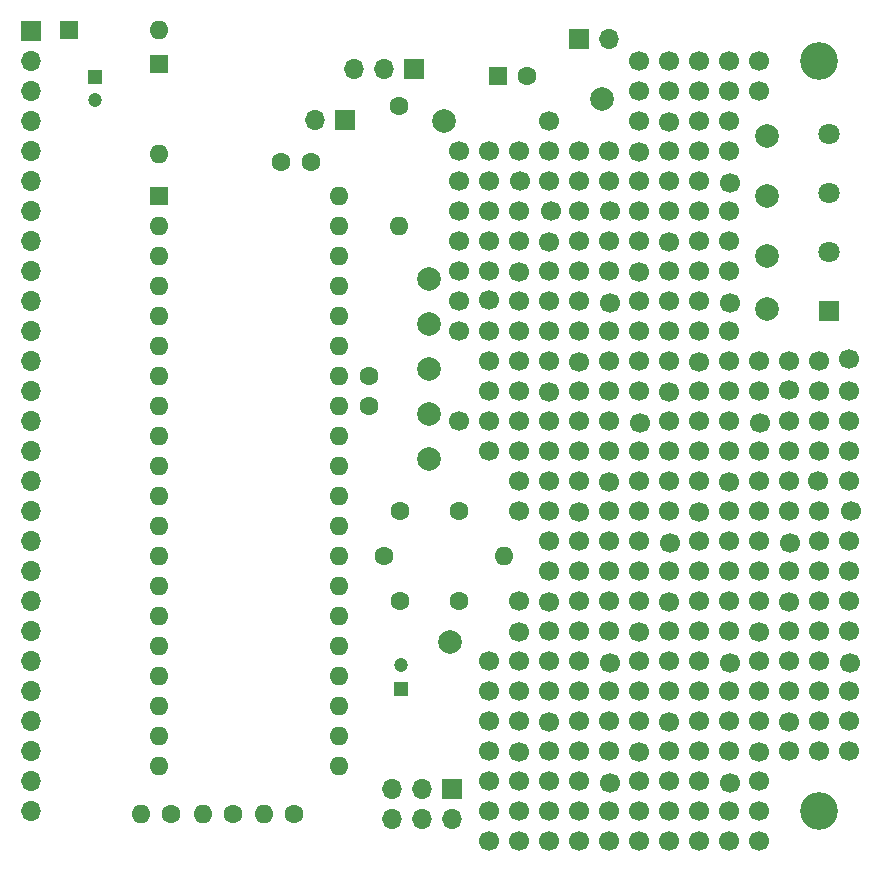
<source format=gbs>
%TF.GenerationSoftware,KiCad,Pcbnew,(6.0.0)*%
%TF.CreationDate,2022-03-13T21:04:06-04:00*%
%TF.ProjectId,panel meter v1,70616e65-6c20-46d6-9574-65722076312e,rev?*%
%TF.SameCoordinates,Original*%
%TF.FileFunction,Soldermask,Bot*%
%TF.FilePolarity,Negative*%
%FSLAX46Y46*%
G04 Gerber Fmt 4.6, Leading zero omitted, Abs format (unit mm)*
G04 Created by KiCad (PCBNEW (6.0.0)) date 2022-03-13 21:04:06*
%MOMM*%
%LPD*%
G01*
G04 APERTURE LIST*
%ADD10C,1.700000*%
%ADD11R,1.600000X1.600000*%
%ADD12O,1.600000X1.600000*%
%ADD13R,1.700000X1.700000*%
%ADD14O,1.700000X1.700000*%
%ADD15C,1.600000*%
%ADD16C,2.000000*%
%ADD17R,1.200000X1.200000*%
%ADD18C,1.200000*%
%ADD19C,3.200000*%
%ADD20R,1.800000X1.800000*%
%ADD21C,1.800000*%
G04 APERTURE END LIST*
D10*
%TO.C,REF\u002A\u002A*%
X114300000Y-88900000D03*
%TD*%
%TO.C,REF\u002A\u002A*%
X111760000Y-60960000D03*
%TD*%
%TO.C,REF\u002A\u002A*%
X127058021Y-86510442D03*
%TD*%
%TO.C,REF\u002A\u002A*%
X106680000Y-96520000D03*
%TD*%
%TO.C,REF\u002A\u002A*%
X109202800Y-91439999D03*
%TD*%
%TO.C,REF\u002A\u002A*%
X116840000Y-106680000D03*
%TD*%
%TO.C,REF\u002A\u002A*%
X114300000Y-86360000D03*
%TD*%
%TO.C,REF\u002A\u002A*%
X104140000Y-78740000D03*
%TD*%
%TO.C,REF\u002A\u002A*%
X106646471Y-73701692D03*
%TD*%
%TO.C,REF\u002A\u002A*%
X132080000Y-101600000D03*
%TD*%
%TO.C,REF\u002A\u002A*%
X106680000Y-111769036D03*
%TD*%
%TO.C,REF\u002A\u002A*%
X99060000Y-66040000D03*
%TD*%
%TO.C,REF\u002A\u002A*%
X132080000Y-76200000D03*
%TD*%
%TO.C,REF\u002A\u002A*%
X106680000Y-55880000D03*
%TD*%
%TO.C,REF\u002A\u002A*%
X124460000Y-73660000D03*
%TD*%
%TO.C,REF\u002A\u002A*%
X124442800Y-83794635D03*
%TD*%
D11*
%TO.C,U1*%
X73655000Y-57155000D03*
D12*
X73655000Y-59695000D03*
X73655000Y-62235000D03*
X73655000Y-64775000D03*
X73655000Y-67315000D03*
X73655000Y-69855000D03*
X73655000Y-72395000D03*
X73655000Y-74935000D03*
X73655000Y-77475000D03*
X73655000Y-80015000D03*
X73655000Y-82555000D03*
X73655000Y-85095000D03*
X73655000Y-87635000D03*
X73655000Y-90175000D03*
X73655000Y-92715000D03*
X73655000Y-95255000D03*
X73655000Y-97795000D03*
X73655000Y-100335000D03*
X73655000Y-102875000D03*
X73655000Y-105415000D03*
X88895000Y-105415000D03*
X88895000Y-102875000D03*
X88895000Y-100335000D03*
X88895000Y-97795000D03*
X88895000Y-95255000D03*
X88895000Y-92715000D03*
X88895000Y-90175000D03*
X88895000Y-87635000D03*
X88895000Y-85095000D03*
X88895000Y-82555000D03*
X88895000Y-80015000D03*
X88895000Y-77475000D03*
X88895000Y-74935000D03*
X88895000Y-72395000D03*
X88895000Y-69855000D03*
X88895000Y-67315000D03*
X88895000Y-64775000D03*
X88895000Y-62235000D03*
X88895000Y-59695000D03*
X88895000Y-57155000D03*
%TD*%
D10*
%TO.C,REF\u002A\u002A*%
X116848164Y-61027056D03*
%TD*%
%TO.C,REF\u002A\u002A*%
X116840000Y-58420000D03*
%TD*%
%TO.C,REF\u002A\u002A*%
X119380000Y-96520000D03*
%TD*%
%TO.C,REF\u002A\u002A*%
X106680000Y-109220000D03*
%TD*%
%TO.C,REF\u002A\u002A*%
X114299999Y-58410964D03*
%TD*%
%TO.C,REF\u002A\u002A*%
X104140000Y-53340000D03*
%TD*%
D11*
%TO.C,D2*%
X73660000Y-45974000D03*
D12*
X73660000Y-53594000D03*
%TD*%
D10*
%TO.C,REF\u002A\u002A*%
X109220000Y-55880000D03*
%TD*%
D13*
%TO.C,J1*%
X95235000Y-46380000D03*
D14*
X92695000Y-46380000D03*
X90155000Y-46380000D03*
%TD*%
D10*
%TO.C,REF\u002A\u002A*%
X121920000Y-83820000D03*
%TD*%
%TO.C,REF\u002A\u002A*%
X109220000Y-53340000D03*
%TD*%
%TO.C,REF\u002A\u002A*%
X127000000Y-93980000D03*
%TD*%
%TO.C,REF\u002A\u002A*%
X111760000Y-91440000D03*
%TD*%
%TO.C,REF\u002A\u002A*%
X101600000Y-55880000D03*
%TD*%
%TO.C,REF\u002A\u002A*%
X121920000Y-104140000D03*
%TD*%
%TO.C,REF\u002A\u002A*%
X99060000Y-76200000D03*
%TD*%
%TO.C,REF\u002A\u002A*%
X106673262Y-83819999D03*
%TD*%
%TO.C,REF\u002A\u002A*%
X111760000Y-76200000D03*
%TD*%
%TO.C,REF\u002A\u002A*%
X109220000Y-109220000D03*
%TD*%
%TO.C,REF\u002A\u002A*%
X114266471Y-53381692D03*
%TD*%
%TO.C,REF\u002A\u002A*%
X124460000Y-71120000D03*
%TD*%
%TO.C,REF\u002A\u002A*%
X129522800Y-104114635D03*
%TD*%
D15*
%TO.C,C1*%
X91440000Y-72410000D03*
X91440000Y-74910000D03*
%TD*%
D10*
%TO.C,REF\u002A\u002A*%
X121920000Y-58420000D03*
%TD*%
%TO.C,REF\u002A\u002A*%
X119362800Y-91439999D03*
%TD*%
%TO.C,REF\u002A\u002A*%
X109220000Y-111769036D03*
%TD*%
%TO.C,REF\u002A\u002A*%
X111760000Y-68580000D03*
%TD*%
%TO.C,REF\u002A\u002A*%
X119380000Y-68580000D03*
%TD*%
%TO.C,REF\u002A\u002A*%
X114266471Y-104181692D03*
%TD*%
%TO.C,REF\u002A\u002A*%
X116898021Y-86510442D03*
%TD*%
%TO.C,REF\u002A\u002A*%
X101600000Y-71120000D03*
%TD*%
%TO.C,REF\u002A\u002A*%
X119379999Y-81279999D03*
%TD*%
D16*
%TO.C,J16*%
X125095000Y-52070000D03*
%TD*%
D10*
%TO.C,REF\u002A\u002A*%
X101600000Y-53340000D03*
%TD*%
D16*
%TO.C,J4*%
X111125000Y-48895000D03*
%TD*%
D13*
%TO.C,J2*%
X109220000Y-43815000D03*
D14*
X111760000Y-43815000D03*
%TD*%
D10*
%TO.C,REF\u002A\u002A*%
X124426471Y-104181692D03*
%TD*%
%TO.C,REF\u002A\u002A*%
X124518021Y-76350442D03*
%TD*%
%TO.C,REF\u002A\u002A*%
X119362800Y-101599999D03*
%TD*%
%TO.C,REF\u002A\u002A*%
X116840000Y-63500000D03*
%TD*%
%TO.C,REF\u002A\u002A*%
X101600000Y-106680000D03*
%TD*%
%TO.C,REF\u002A\u002A*%
X104139999Y-101599999D03*
%TD*%
%TO.C,REF\u002A\u002A*%
X116840000Y-48260000D03*
%TD*%
%TO.C,REF\u002A\u002A*%
X101591835Y-60957859D03*
%TD*%
D15*
%TO.C,C3*%
X86467000Y-54229000D03*
X83967000Y-54229000D03*
%TD*%
D10*
%TO.C,REF\u002A\u002A*%
X109219999Y-88890964D03*
%TD*%
%TO.C,REF\u002A\u002A*%
X124426471Y-94021692D03*
%TD*%
%TO.C,REF\u002A\u002A*%
X101600000Y-68580000D03*
%TD*%
%TO.C,REF\u002A\u002A*%
X124460000Y-106680000D03*
%TD*%
%TO.C,REF\u002A\u002A*%
X132080000Y-81280000D03*
%TD*%
%TO.C,REF\u002A\u002A*%
X109228164Y-71187056D03*
%TD*%
%TO.C,REF\u002A\u002A*%
X111818021Y-66190442D03*
%TD*%
%TO.C,REF\u002A\u002A*%
X121920000Y-68580000D03*
%TD*%
%TO.C,REF\u002A\u002A*%
X124460000Y-86360000D03*
%TD*%
%TO.C,REF\u002A\u002A*%
X119362800Y-60959999D03*
%TD*%
%TO.C,REF\u002A\u002A*%
X106680000Y-76200000D03*
%TD*%
%TO.C,REF\u002A\u002A*%
X129540000Y-78740000D03*
%TD*%
%TO.C,REF\u002A\u002A*%
X116840000Y-83820000D03*
%TD*%
%TO.C,REF\u002A\u002A*%
X114299999Y-109210964D03*
%TD*%
%TO.C,REF\u002A\u002A*%
X104139999Y-71105812D03*
%TD*%
%TO.C,REF\u002A\u002A*%
X106688164Y-88900000D03*
%TD*%
D17*
%TO.C,C8*%
X94107000Y-98889600D03*
D18*
X94107000Y-96889600D03*
%TD*%
D10*
%TO.C,REF\u002A\u002A*%
X114300000Y-78740000D03*
%TD*%
%TO.C,REF\u002A\u002A*%
X119362800Y-50799999D03*
%TD*%
%TO.C,REF\u002A\u002A*%
X114266471Y-94021692D03*
%TD*%
%TO.C,REF\u002A\u002A*%
X111760000Y-93980000D03*
%TD*%
%TO.C,REF\u002A\u002A*%
X132080000Y-78740000D03*
%TD*%
%TO.C,REF\u002A\u002A*%
X101600000Y-109220000D03*
%TD*%
%TO.C,REF\u002A\u002A*%
X121978021Y-106830442D03*
%TD*%
%TO.C,REF\u002A\u002A*%
X109220000Y-106680000D03*
%TD*%
%TO.C,REF\u002A\u002A*%
X104106471Y-104181692D03*
%TD*%
%TO.C,REF\u002A\u002A*%
X126983671Y-73601978D03*
%TD*%
%TO.C,REF\u002A\u002A*%
X119388164Y-71187056D03*
%TD*%
%TO.C,REF\u002A\u002A*%
X129522800Y-101599999D03*
%TD*%
%TO.C,REF\u002A\u002A*%
X121920000Y-50800000D03*
%TD*%
%TO.C,REF\u002A\u002A*%
X111760000Y-99060000D03*
%TD*%
%TO.C,REF\u002A\u002A*%
X119362800Y-53314635D03*
%TD*%
%TO.C,REF\u002A\u002A*%
X109220000Y-78740000D03*
%TD*%
%TO.C,REF\u002A\u002A*%
X124460000Y-96520000D03*
%TD*%
%TO.C,REF\u002A\u002A*%
X109220000Y-73660000D03*
%TD*%
%TO.C,REF\u002A\u002A*%
X114300000Y-71120000D03*
%TD*%
D16*
%TO.C,J15*%
X125095000Y-57150000D03*
%TD*%
D10*
%TO.C,REF\u002A\u002A*%
X101600000Y-101600000D03*
%TD*%
%TO.C,REF\u002A\u002A*%
X121920000Y-86360000D03*
%TD*%
%TO.C,REF\u002A\u002A*%
X127000000Y-81280000D03*
%TD*%
%TO.C,REF\u002A\u002A*%
X121920000Y-78740000D03*
%TD*%
D13*
%TO.C,J12*%
X89413000Y-50673000D03*
D14*
X86873000Y-50673000D03*
%TD*%
D10*
%TO.C,REF\u002A\u002A*%
X121978021Y-96670442D03*
%TD*%
%TO.C,REF\u002A\u002A*%
X121920000Y-60960000D03*
%TD*%
%TO.C,REF\u002A\u002A*%
X99060000Y-68580000D03*
%TD*%
%TO.C,REF\u002A\u002A*%
X104130065Y-73626999D03*
%TD*%
%TO.C,REF\u002A\u002A*%
X111760000Y-53340000D03*
%TD*%
D16*
%TO.C,J6*%
X96520000Y-71755000D03*
%TD*%
D10*
%TO.C,REF\u002A\u002A*%
X109220000Y-68580000D03*
%TD*%
%TO.C,REF\u002A\u002A*%
X109202800Y-63474635D03*
%TD*%
%TO.C,REF\u002A\u002A*%
X99060000Y-55880000D03*
%TD*%
%TO.C,REF\u002A\u002A*%
X99060000Y-60960000D03*
%TD*%
%TO.C,REF\u002A\u002A*%
X111760000Y-55880000D03*
%TD*%
%TO.C,REF\u002A\u002A*%
X104139999Y-91439999D03*
%TD*%
%TO.C,REF\u002A\u002A*%
X109220000Y-58420000D03*
%TD*%
%TO.C,REF\u002A\u002A*%
X111760000Y-63500000D03*
%TD*%
%TO.C,REF\u002A\u002A*%
X116840000Y-109220000D03*
%TD*%
%TO.C,REF\u002A\u002A*%
X101600000Y-73660000D03*
%TD*%
%TO.C,REF\u002A\u002A*%
X119346471Y-83861692D03*
%TD*%
%TO.C,REF\u002A\u002A*%
X111760000Y-78740000D03*
%TD*%
%TO.C,REF\u002A\u002A*%
X132080000Y-91440000D03*
%TD*%
%TO.C,REF\u002A\u002A*%
X132080000Y-88900000D03*
%TD*%
%TO.C,REF\u002A\u002A*%
X129522800Y-91439999D03*
%TD*%
%TO.C,REF\u002A\u002A*%
X104139999Y-99050964D03*
%TD*%
%TO.C,REF\u002A\u002A*%
X104106471Y-94021692D03*
%TD*%
%TO.C,REF\u002A\u002A*%
X104198892Y-55871835D03*
%TD*%
%TO.C,REF\u002A\u002A*%
X106680000Y-50800000D03*
%TD*%
%TO.C,REF\u002A\u002A*%
X109220000Y-76200000D03*
%TD*%
D16*
%TO.C,J5*%
X98298000Y-94869000D03*
%TD*%
D10*
%TO.C,REF\u002A\u002A*%
X106680000Y-106680000D03*
%TD*%
%TO.C,REF\u002A\u002A*%
X127008164Y-101667056D03*
%TD*%
%TO.C,REF\u002A\u002A*%
X116839999Y-78730964D03*
%TD*%
%TO.C,REF\u002A\u002A*%
X106680000Y-66040000D03*
%TD*%
%TO.C,REF\u002A\u002A*%
X119380000Y-78740000D03*
%TD*%
%TO.C,REF\u002A\u002A*%
X114266471Y-63541692D03*
%TD*%
%TO.C,REF\u002A\u002A*%
X121920000Y-111769036D03*
%TD*%
%TO.C,REF\u002A\u002A*%
X121978021Y-56030442D03*
%TD*%
%TO.C,REF\u002A\u002A*%
X127000000Y-83820000D03*
%TD*%
%TO.C,REF\u002A\u002A*%
X114299999Y-68570964D03*
%TD*%
%TO.C,REF\u002A\u002A*%
X114299999Y-91439999D03*
%TD*%
%TO.C,REF\u002A\u002A*%
X121920000Y-93980000D03*
%TD*%
%TO.C,REF\u002A\u002A*%
X106680000Y-93980000D03*
%TD*%
%TO.C,REF\u002A\u002A*%
X104133262Y-81288164D03*
%TD*%
%TO.C,REF\u002A\u002A*%
X116840000Y-76200000D03*
%TD*%
%TO.C,REF\u002A\u002A*%
X109202800Y-93954635D03*
%TD*%
%TO.C,REF\u002A\u002A*%
X121920000Y-76200000D03*
%TD*%
%TO.C,REF\u002A\u002A*%
X101600000Y-111760000D03*
%TD*%
D16*
%TO.C,J8*%
X96520000Y-79375000D03*
%TD*%
D10*
%TO.C,REF\u002A\u002A*%
X121920000Y-48260000D03*
%TD*%
%TO.C,REF\u002A\u002A*%
X124459999Y-101599999D03*
%TD*%
%TO.C,REF\u002A\u002A*%
X116840000Y-55880000D03*
%TD*%
D16*
%TO.C,J3*%
X97790000Y-50800000D03*
%TD*%
D10*
%TO.C,REF\u002A\u002A*%
X124459999Y-109210964D03*
%TD*%
%TO.C,REF\u002A\u002A*%
X114300000Y-66040000D03*
%TD*%
%TO.C,REF\u002A\u002A*%
X132080000Y-73660000D03*
%TD*%
%TO.C,REF\u002A\u002A*%
X104139999Y-68570964D03*
%TD*%
%TO.C,REF\u002A\u002A*%
X129540000Y-73660000D03*
%TD*%
%TO.C,REF\u002A\u002A*%
X111760000Y-86360000D03*
%TD*%
%TO.C,REF\u002A\u002A*%
X114358021Y-76350442D03*
%TD*%
%TO.C,REF\u002A\u002A*%
X116840000Y-45720000D03*
%TD*%
%TO.C,REF\u002A\u002A*%
X104140000Y-106680000D03*
%TD*%
%TO.C,REF\u002A\u002A*%
X114299999Y-101599999D03*
%TD*%
%TO.C,REF\u002A\u002A*%
X116840000Y-81280000D03*
%TD*%
%TO.C,REF\u002A\u002A*%
X116840000Y-88900000D03*
%TD*%
D15*
%TO.C,R5*%
X74676000Y-109474000D03*
D12*
X72136000Y-109474000D03*
%TD*%
D10*
%TO.C,REF\u002A\u002A*%
X114299999Y-111760000D03*
%TD*%
%TO.C,REF\u002A\u002A*%
X119380000Y-66040000D03*
%TD*%
%TO.C,REF\u002A\u002A*%
X116848164Y-101667056D03*
%TD*%
%TO.C,REF\u002A\u002A*%
X129540000Y-99060000D03*
%TD*%
%TO.C,REF\u002A\u002A*%
X129531835Y-76183671D03*
%TD*%
%TO.C,REF\u002A\u002A*%
X119380000Y-111769036D03*
%TD*%
%TO.C,REF\u002A\u002A*%
X114299999Y-99050964D03*
%TD*%
%TO.C,REF\u002A\u002A*%
X116840000Y-104140000D03*
%TD*%
%TO.C,REF\u002A\u002A*%
X132138021Y-96670442D03*
%TD*%
%TO.C,REF\u002A\u002A*%
X132046471Y-70986756D03*
%TD*%
%TO.C,REF\u002A\u002A*%
X106688164Y-91507056D03*
%TD*%
%TO.C,REF\u002A\u002A*%
X111742800Y-73634635D03*
%TD*%
%TO.C,REF\u002A\u002A*%
X104106471Y-63541692D03*
%TD*%
%TO.C,REF\u002A\u002A*%
X101600000Y-99060000D03*
%TD*%
D16*
%TO.C,J7*%
X96520000Y-75565000D03*
%TD*%
D10*
%TO.C,REF\u002A\u002A*%
X121920000Y-63500000D03*
%TD*%
%TO.C,REF\u002A\u002A*%
X121920000Y-109220000D03*
%TD*%
D16*
%TO.C,J9*%
X96520000Y-64135000D03*
%TD*%
D10*
%TO.C,REF\u002A\u002A*%
X99060000Y-63500000D03*
%TD*%
%TO.C,REF\u002A\u002A*%
X129540000Y-88900000D03*
%TD*%
%TO.C,REF\u002A\u002A*%
X129540000Y-96520000D03*
%TD*%
%TO.C,REF\u002A\u002A*%
X104139999Y-109210964D03*
%TD*%
%TO.C,REF\u002A\u002A*%
X109220000Y-99060000D03*
%TD*%
%TO.C,REF\u002A\u002A*%
X121902800Y-73634635D03*
%TD*%
D15*
%TO.C,R7*%
X85090000Y-109474000D03*
D12*
X82550000Y-109474000D03*
%TD*%
D11*
%TO.C,C6*%
X102322621Y-46990000D03*
D15*
X104822621Y-46990000D03*
%TD*%
D10*
%TO.C,REF\u002A\u002A*%
X116840000Y-53340000D03*
%TD*%
%TO.C,REF\u002A\u002A*%
X119380000Y-99060000D03*
%TD*%
%TO.C,REF\u002A\u002A*%
X124459999Y-99050964D03*
%TD*%
%TO.C,REF\u002A\u002A*%
X109219999Y-81279999D03*
%TD*%
%TO.C,REF\u002A\u002A*%
X109220000Y-96520000D03*
%TD*%
%TO.C,REF\u002A\u002A*%
X111760000Y-104140000D03*
%TD*%
%TO.C,REF\u002A\u002A*%
X114300000Y-73660000D03*
%TD*%
%TO.C,REF\u002A\u002A*%
X121920000Y-45720000D03*
%TD*%
%TO.C,REF\u002A\u002A*%
X119380000Y-109220000D03*
%TD*%
D15*
%TO.C,C4*%
X94020000Y-83820000D03*
X99020000Y-83820000D03*
%TD*%
D10*
%TO.C,REF\u002A\u002A*%
X121920000Y-99060000D03*
%TD*%
D16*
%TO.C,J10*%
X96520000Y-67945000D03*
%TD*%
D10*
%TO.C,REF\u002A\u002A*%
X106688164Y-61027056D03*
%TD*%
D15*
%TO.C,R1*%
X92710000Y-87630000D03*
D12*
X102870000Y-87630000D03*
%TD*%
D10*
%TO.C,REF\u002A\u002A*%
X124460000Y-45720000D03*
%TD*%
%TO.C,REF\u002A\u002A*%
X104140000Y-66040000D03*
%TD*%
%TO.C,REF\u002A\u002A*%
X119380000Y-58420000D03*
%TD*%
%TO.C,REF\u002A\u002A*%
X132080000Y-86360000D03*
%TD*%
%TO.C,REF\u002A\u002A*%
X127000000Y-96520000D03*
%TD*%
D15*
%TO.C,R6*%
X79883000Y-109474000D03*
D12*
X77343000Y-109474000D03*
%TD*%
D10*
%TO.C,REF\u002A\u002A*%
X111760000Y-101600000D03*
%TD*%
%TO.C,REF\u002A\u002A*%
X99060000Y-58420000D03*
%TD*%
%TO.C,REF\u002A\u002A*%
X101600000Y-63500000D03*
%TD*%
%TO.C,REF\u002A\u002A*%
X114282800Y-81279999D03*
%TD*%
%TO.C,REF\u002A\u002A*%
X132080000Y-104140000D03*
%TD*%
%TO.C,REF\u002A\u002A*%
X114300000Y-106680000D03*
%TD*%
%TO.C,REF\u002A\u002A*%
X129540000Y-83820000D03*
%TD*%
D13*
%TO.C,J11*%
X98410000Y-107310000D03*
D14*
X98410000Y-109850000D03*
X95870000Y-107310000D03*
X95870000Y-109850000D03*
X93330000Y-107310000D03*
X93330000Y-109850000D03*
%TD*%
D10*
%TO.C,REF\u002A\u002A*%
X119362800Y-93954635D03*
%TD*%
%TO.C,REF\u002A\u002A*%
X121902800Y-71119999D03*
%TD*%
D15*
%TO.C,R2*%
X93980000Y-49530000D03*
D12*
X93980000Y-59690000D03*
%TD*%
D10*
%TO.C,REF\u002A\u002A*%
X119362800Y-63474635D03*
%TD*%
%TO.C,REF\u002A\u002A*%
X106680000Y-53340000D03*
%TD*%
%TO.C,REF\u002A\u002A*%
X104140000Y-58420000D03*
%TD*%
%TO.C,REF\u002A\u002A*%
X111818021Y-106830442D03*
%TD*%
D19*
%TO.C,REF\u002A\u002A*%
X129540000Y-45720000D03*
%TD*%
D10*
%TO.C,REF\u002A\u002A*%
X129464778Y-81279999D03*
%TD*%
%TO.C,REF\u002A\u002A*%
X119380000Y-86360000D03*
%TD*%
%TO.C,REF\u002A\u002A*%
X109186471Y-83861692D03*
%TD*%
%TO.C,REF\u002A\u002A*%
X124459999Y-91439999D03*
%TD*%
D15*
%TO.C,C5*%
X94020000Y-91440000D03*
X99020000Y-91440000D03*
%TD*%
D19*
%TO.C,REF\u002A\u002A*%
X129540000Y-109220000D03*
%TD*%
D10*
%TO.C,REF\u002A\u002A*%
X106680000Y-86360000D03*
%TD*%
%TO.C,REF\u002A\u002A*%
X106680000Y-81280000D03*
%TD*%
%TO.C,REF\u002A\u002A*%
X121920000Y-88900000D03*
%TD*%
%TO.C,REF\u002A\u002A*%
X109202800Y-60959999D03*
%TD*%
%TO.C,REF\u002A\u002A*%
X111760000Y-88900000D03*
%TD*%
%TO.C,REF\u002A\u002A*%
X101600000Y-96520000D03*
%TD*%
%TO.C,REF\u002A\u002A*%
X104130065Y-76209934D03*
%TD*%
%TO.C,REF\u002A\u002A*%
X106680000Y-63500000D03*
%TD*%
%TO.C,REF\u002A\u002A*%
X116839999Y-71119999D03*
%TD*%
%TO.C,REF\u002A\u002A*%
X114282800Y-83794635D03*
%TD*%
%TO.C,REF\u002A\u002A*%
X111742800Y-71119999D03*
%TD*%
%TO.C,REF\u002A\u002A*%
X111809857Y-58419999D03*
%TD*%
%TO.C,REF\u002A\u002A*%
X127000000Y-99060000D03*
%TD*%
%TO.C,REF\u002A\u002A*%
X104140000Y-96520000D03*
%TD*%
%TO.C,REF\u002A\u002A*%
X129522800Y-93954635D03*
%TD*%
%TO.C,REF\u002A\u002A*%
X124460000Y-88900000D03*
%TD*%
%TO.C,REF\u002A\u002A*%
X109202800Y-101599999D03*
%TD*%
%TO.C,REF\u002A\u002A*%
X124460000Y-48260000D03*
%TD*%
%TO.C,REF\u002A\u002A*%
X114300000Y-96520000D03*
%TD*%
%TO.C,REF\u002A\u002A*%
X116848164Y-50867056D03*
%TD*%
%TO.C,REF\u002A\u002A*%
X114300000Y-55880000D03*
%TD*%
%TO.C,REF\u002A\u002A*%
X109220000Y-86360000D03*
%TD*%
%TO.C,REF\u002A\u002A*%
X114299999Y-50799999D03*
%TD*%
D17*
%TO.C,C7*%
X68199000Y-47033401D03*
D18*
X68199000Y-49033401D03*
%TD*%
D10*
%TO.C,REF\u002A\u002A*%
X104139999Y-60959999D03*
%TD*%
%TO.C,REF\u002A\u002A*%
X119380000Y-76200000D03*
%TD*%
%TO.C,REF\u002A\u002A*%
X119380000Y-45720000D03*
%TD*%
D11*
%TO.C,D1*%
X66040000Y-43053000D03*
D12*
X73660000Y-43053000D03*
%TD*%
D20*
%TO.C,J18*%
X130360000Y-66862500D03*
D21*
X130360000Y-61862500D03*
X130360000Y-56862500D03*
X130360000Y-51862500D03*
%TD*%
D10*
%TO.C,REF\u002A\u002A*%
X116840000Y-111769036D03*
%TD*%
%TO.C,REF\u002A\u002A*%
X101600000Y-78740000D03*
%TD*%
%TO.C,REF\u002A\u002A*%
X121920000Y-53340000D03*
%TD*%
%TO.C,REF\u002A\u002A*%
X109220000Y-66040000D03*
%TD*%
%TO.C,REF\u002A\u002A*%
X127000000Y-104140000D03*
%TD*%
%TO.C,REF\u002A\u002A*%
X129540000Y-71120000D03*
%TD*%
%TO.C,REF\u002A\u002A*%
X101600000Y-58420000D03*
%TD*%
%TO.C,REF\u002A\u002A*%
X106680000Y-68580000D03*
%TD*%
%TO.C,REF\u002A\u002A*%
X124459999Y-111760000D03*
%TD*%
%TO.C,REF\u002A\u002A*%
X106679999Y-71119999D03*
%TD*%
%TO.C,REF\u002A\u002A*%
X121978021Y-66190442D03*
%TD*%
%TO.C,REF\u002A\u002A*%
X132080000Y-99060000D03*
%TD*%
%TO.C,REF\u002A\u002A*%
X121920000Y-101600000D03*
%TD*%
%TO.C,REF\u002A\u002A*%
X101600000Y-76200000D03*
%TD*%
%TO.C,REF\u002A\u002A*%
X106680000Y-104140000D03*
%TD*%
%TO.C,REF\u002A\u002A*%
X101547130Y-65942426D03*
%TD*%
%TO.C,REF\u002A\u002A*%
X116848164Y-91507056D03*
%TD*%
%TO.C,REF\u002A\u002A*%
X116840000Y-96520000D03*
%TD*%
%TO.C,REF\u002A\u002A*%
X104125098Y-83819999D03*
%TD*%
%TO.C,REF\u002A\u002A*%
X104139999Y-111760000D03*
%TD*%
%TO.C,REF\u002A\u002A*%
X109202800Y-104114635D03*
%TD*%
%TO.C,REF\u002A\u002A*%
X106814113Y-58386471D03*
%TD*%
%TO.C,REF\u002A\u002A*%
X106679999Y-78730964D03*
%TD*%
%TO.C,REF\u002A\u002A*%
X111760000Y-111769036D03*
%TD*%
%TO.C,REF\u002A\u002A*%
X111760000Y-83820000D03*
%TD*%
%TO.C,REF\u002A\u002A*%
X127008164Y-91507056D03*
%TD*%
%TO.C,REF\u002A\u002A*%
X121928164Y-81347056D03*
%TD*%
%TO.C,REF\u002A\u002A*%
X114300000Y-48260000D03*
%TD*%
%TO.C,REF\u002A\u002A*%
X106688164Y-101667056D03*
%TD*%
%TO.C,REF\u002A\u002A*%
X129531835Y-86342800D03*
%TD*%
%TO.C,REF\u002A\u002A*%
X101600000Y-104140000D03*
%TD*%
%TO.C,REF\u002A\u002A*%
X99060000Y-53340000D03*
%TD*%
%TO.C,REF\u002A\u002A*%
X116840000Y-93980000D03*
%TD*%
%TO.C,REF\u002A\u002A*%
X127000000Y-71120000D03*
%TD*%
%TO.C,REF\u002A\u002A*%
X119380000Y-55880000D03*
%TD*%
%TO.C,REF\u002A\u002A*%
X114299999Y-60959999D03*
%TD*%
%TO.C,REF\u002A\u002A*%
X116840000Y-66040000D03*
%TD*%
%TO.C,REF\u002A\u002A*%
X124442800Y-81279999D03*
%TD*%
%TO.C,REF\u002A\u002A*%
X132080000Y-93980000D03*
%TD*%
%TO.C,REF\u002A\u002A*%
X127000000Y-78740000D03*
%TD*%
%TO.C,REF\u002A\u002A*%
X119379999Y-88890964D03*
%TD*%
%TO.C,REF\u002A\u002A*%
X119380000Y-106680000D03*
%TD*%
%TO.C,REF\u002A\u002A*%
X127000000Y-76200000D03*
%TD*%
D16*
%TO.C,J14*%
X125095000Y-62230000D03*
%TD*%
D10*
%TO.C,REF\u002A\u002A*%
X114300000Y-45720000D03*
%TD*%
D16*
%TO.C,J17*%
X125095000Y-66675000D03*
%TD*%
D10*
%TO.C,REF\u002A\u002A*%
X111768164Y-81347056D03*
%TD*%
%TO.C,REF\u002A\u002A*%
X116806471Y-73701692D03*
%TD*%
%TO.C,REF\u002A\u002A*%
X119380000Y-73660000D03*
%TD*%
%TO.C,REF\u002A\u002A*%
X121920000Y-91440000D03*
%TD*%
%TO.C,REF\u002A\u002A*%
X111760000Y-109220000D03*
%TD*%
%TO.C,REF\u002A\u002A*%
X127000000Y-88900000D03*
%TD*%
%TO.C,REF\u002A\u002A*%
X116840000Y-99060000D03*
%TD*%
%TO.C,REF\u002A\u002A*%
X116840000Y-68580000D03*
%TD*%
%TO.C,REF\u002A\u002A*%
X124460000Y-78740000D03*
%TD*%
%TO.C,REF\u002A\u002A*%
X119362800Y-104114635D03*
%TD*%
%TO.C,REF\u002A\u002A*%
X119380000Y-48260000D03*
%TD*%
%TO.C,REF\u002A\u002A*%
X132180585Y-83794635D03*
%TD*%
%TO.C,REF\u002A\u002A*%
X111818021Y-96670442D03*
%TD*%
%TO.C,REF\u002A\u002A*%
X106680000Y-99060000D03*
%TD*%
D13*
%TO.C,J13*%
X62795000Y-43175000D03*
D14*
X62795000Y-45715000D03*
X62795000Y-48255000D03*
X62795000Y-50795000D03*
X62795000Y-53335000D03*
X62795000Y-55875000D03*
X62795000Y-58415000D03*
X62795000Y-60955000D03*
X62795000Y-63495000D03*
X62795000Y-66035000D03*
X62795000Y-68575000D03*
X62795000Y-71115000D03*
X62795000Y-73655000D03*
X62795000Y-76195000D03*
X62795000Y-78735000D03*
X62795000Y-81275000D03*
X62795000Y-83815000D03*
X62795000Y-86355000D03*
X62795000Y-88895000D03*
X62795000Y-91435000D03*
X62795000Y-93975000D03*
X62795000Y-96515000D03*
X62795000Y-99055000D03*
X62795000Y-101595000D03*
X62795000Y-104135000D03*
X62795000Y-106675000D03*
X62795000Y-109215000D03*
%TD*%
M02*

</source>
